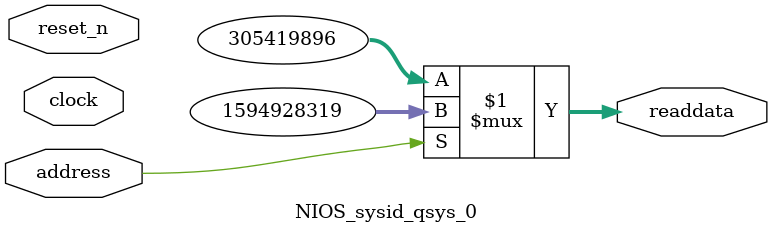
<source format=v>



// synthesis translate_off
`timescale 1ns / 1ps
// synthesis translate_on

// turn off superfluous verilog processor warnings 
// altera message_level Level1 
// altera message_off 10034 10035 10036 10037 10230 10240 10030 

module NIOS_sysid_qsys_0 (
               // inputs:
                address,
                clock,
                reset_n,

               // outputs:
                readdata
             )
;

  output  [ 31: 0] readdata;
  input            address;
  input            clock;
  input            reset_n;

  wire    [ 31: 0] readdata;
  //control_slave, which is an e_avalon_slave
  assign readdata = address ? 1594928319 : 305419896;

endmodule



</source>
